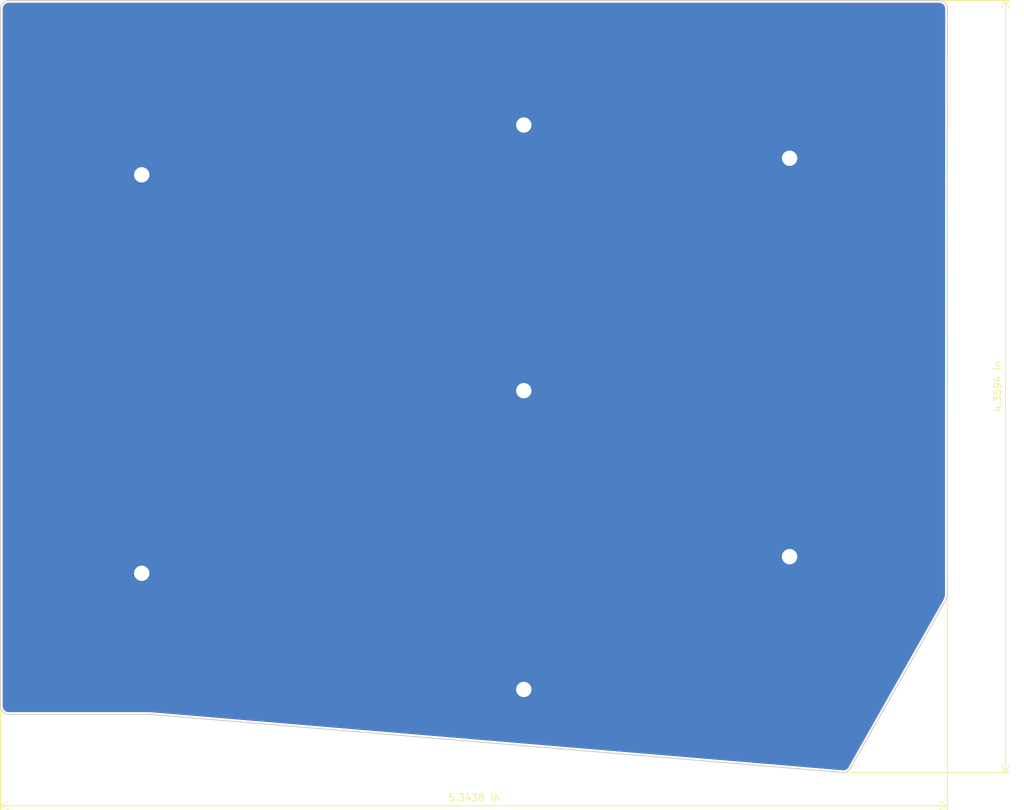
<source format=kicad_pcb>
(kicad_pcb (version 20171130) (host pcbnew "(5.1.0)-1")

  (general
    (thickness 1.6)
    (drawings 21)
    (tracks 0)
    (zones 0)
    (modules 7)
    (nets 2)
  )

  (page A4)
  (layers
    (0 F.Cu signal)
    (31 B.Cu signal)
    (32 B.Adhes user hide)
    (33 F.Adhes user hide)
    (34 B.Paste user hide)
    (35 F.Paste user hide)
    (36 B.SilkS user)
    (37 F.SilkS user)
    (38 B.Mask user)
    (39 F.Mask user)
    (40 Dwgs.User user)
    (41 Cmts.User user hide)
    (42 Eco1.User user)
    (43 Eco2.User user)
    (44 Edge.Cuts user)
    (45 Margin user)
    (46 B.CrtYd user)
    (47 F.CrtYd user)
    (48 B.Fab user hide)
    (49 F.Fab user hide)
  )

  (setup
    (last_trace_width 0.25)
    (trace_clearance 0.2)
    (zone_clearance 0.254)
    (zone_45_only no)
    (trace_min 0.2)
    (via_size 0.8)
    (via_drill 0.4)
    (via_min_size 0.4)
    (via_min_drill 0.3)
    (uvia_size 0.3)
    (uvia_drill 0.1)
    (uvias_allowed no)
    (uvia_min_size 0.2)
    (uvia_min_drill 0.1)
    (edge_width 0.15)
    (segment_width 0.2)
    (pcb_text_width 0.3)
    (pcb_text_size 1.5 1.5)
    (mod_edge_width 0.15)
    (mod_text_size 1 1)
    (mod_text_width 0.15)
    (pad_size 2.4 2.4)
    (pad_drill 2.2)
    (pad_to_mask_clearance 0.051)
    (solder_mask_min_width 0.25)
    (aux_axis_origin 14.68433 13.49361)
    (visible_elements 7FFFFFFF)
    (pcbplotparams
      (layerselection 0x010f0_ffffffff)
      (usegerberextensions true)
      (usegerberattributes false)
      (usegerberadvancedattributes false)
      (creategerberjobfile false)
      (excludeedgelayer true)
      (linewidth 0.100000)
      (plotframeref false)
      (viasonmask false)
      (mode 1)
      (useauxorigin false)
      (hpglpennumber 1)
      (hpglpenspeed 20)
      (hpglpendiameter 15.000000)
      (psnegative false)
      (psa4output false)
      (plotreference true)
      (plotvalue true)
      (plotinvisibletext false)
      (padsonsilk false)
      (subtractmaskfromsilk false)
      (outputformat 1)
      (mirror false)
      (drillshape 0)
      (scaleselection 1)
      (outputdirectory "plots/"))
  )

  (net 0 "")
  (net 1 GND)

  (net_class Default "これはデフォルトのネット クラスです。"
    (clearance 0.2)
    (trace_width 0.25)
    (via_dia 0.8)
    (via_drill 0.4)
    (uvia_dia 0.3)
    (uvia_drill 0.1)
  )

  (net_class DCDC ""
    (clearance 0.2)
    (trace_width 0.4)
    (via_dia 0.8)
    (via_drill 0.4)
    (uvia_dia 0.3)
    (uvia_drill 0.1)
  )

  (net_class Power ""
    (clearance 0.2)
    (trace_width 0.4)
    (via_dia 0.8)
    (via_drill 0.4)
    (uvia_dia 0.3)
    (uvia_drill 0.1)
    (add_net GND)
  )

  (module ex64lib:HOLE_M2 (layer F.Cu) (tedit 5CBC9A94) (tstamp 5CB1D585)
    (at 34.925 56.3563)
    (path /5C42C025)
    (fp_text reference H1 (at 0 -2.54) (layer F.SilkS) hide
      (effects (font (size 0.29972 0.29972) (thickness 0.0762)))
    )
    (fp_text value MountingHole (at 0 2.54) (layer F.SilkS) hide
      (effects (font (size 0.29972 0.29972) (thickness 0.0762)))
    )
    (pad "" thru_hole circle (at 0 0) (size 2.4 2.4) (drill 2.2) (layers *.Cu *.Mask)
      (net 1 GND) (clearance 0.8))
  )

  (module ex64lib:HOLE_M2 (layer F.Cu) (tedit 5CBC9AB6) (tstamp 5CB1D589)
    (at 34.925 113.5063)
    (path /5C42C296)
    (fp_text reference H2 (at 0 -2.54) (layer F.SilkS) hide
      (effects (font (size 0.29972 0.29972) (thickness 0.0762)))
    )
    (fp_text value MountingHole (at 0 2.54) (layer F.SilkS) hide
      (effects (font (size 0.29972 0.29972) (thickness 0.0762)))
    )
    (pad "" thru_hole circle (at 0 0) (size 2.4 2.4) (drill 2.2) (layers *.Cu *.Mask)
      (net 1 GND) (clearance 0.8))
  )

  (module ex64lib:HOLE_M2 (layer F.Cu) (tedit 5CBC9ADD) (tstamp 5CB1D591)
    (at 89.69375 87.3125)
    (path /5C42C4B0)
    (fp_text reference H4 (at 0 -2.54) (layer F.SilkS) hide
      (effects (font (size 0.29972 0.29972) (thickness 0.0762)))
    )
    (fp_text value MountingHole (at 0 2.54) (layer F.SilkS) hide
      (effects (font (size 0.29972 0.29972) (thickness 0.0762)))
    )
    (pad "" thru_hole circle (at 0 0) (size 2.4 2.4) (drill 2.2) (layers *.Cu *.Mask)
      (net 1 GND) (clearance 0.8))
  )

  (module ex64lib:HOLE_M2 (layer F.Cu) (tedit 5CBC9AC7) (tstamp 5CB1D595)
    (at 89.69375 130.175)
    (path /5C42C6CC)
    (fp_text reference H5 (at 0 -2.54) (layer F.SilkS) hide
      (effects (font (size 0.29972 0.29972) (thickness 0.0762)))
    )
    (fp_text value MountingHole (at 0 2.54) (layer F.SilkS) hide
      (effects (font (size 0.29972 0.29972) (thickness 0.0762)))
    )
    (pad "" thru_hole circle (at 0 0) (size 2.4 2.4) (drill 2.2) (layers *.Cu *.Mask)
      (net 1 GND) (clearance 0.8))
  )

  (module ex64lib:HOLE_M2 (layer F.Cu) (tedit 5CBC9AF8) (tstamp 5CB1D599)
    (at 127.79375 53.975)
    (path /5C42C7AE)
    (fp_text reference H6 (at 0 -2.54) (layer F.SilkS) hide
      (effects (font (size 0.29972 0.29972) (thickness 0.0762)))
    )
    (fp_text value MountingHole (at 0 2.54) (layer F.SilkS) hide
      (effects (font (size 0.29972 0.29972) (thickness 0.0762)))
    )
    (pad "" thru_hole circle (at 0 0) (size 2.4 2.4) (drill 2.2) (layers *.Cu *.Mask)
      (net 1 GND) (clearance 0.8))
  )

  (module ex64lib:HOLE_M2 (layer F.Cu) (tedit 5CBC9AD0) (tstamp 5CB1D59D)
    (at 127.79375 111.125)
    (path /5C43AD5B)
    (fp_text reference H7 (at 0 -2.54) (layer F.SilkS) hide
      (effects (font (size 0.29972 0.29972) (thickness 0.0762)))
    )
    (fp_text value MountingHole (at 0 2.54) (layer F.SilkS) hide
      (effects (font (size 0.29972 0.29972) (thickness 0.0762)))
    )
    (pad "" thru_hole circle (at 0 0) (size 2.4 2.4) (drill 2.2) (layers *.Cu *.Mask)
      (net 1 GND) (clearance 0.8))
  )

  (module ex64lib:HOLE_M2 (layer F.Cu) (tedit 5CBC9AEE) (tstamp 5CB1D58D)
    (at 89.69375 49.2125)
    (path /5C42C3A0)
    (fp_text reference H3 (at 0 -2.54) (layer F.SilkS) hide
      (effects (font (size 0.29972 0.29972) (thickness 0.0762)))
    )
    (fp_text value MountingHole (at 0 2.54) (layer F.SilkS) hide
      (effects (font (size 0.29972 0.29972) (thickness 0.0762)))
    )
    (pad "" thru_hole circle (at 0 0) (size 2.4 2.4) (drill 2.2) (layers *.Cu *.Mask)
      (net 1 GND) (clearance 0.8))
  )

  (gr_text ON (at 77.7875 30.1625) (layer B.Paste)
    (effects (font (size 1 1) (thickness 0.15)))
  )
  (gr_line (start 14.684375 132.55625) (end 14.684375 39.3065) (layer Edge.Cuts) (width 0.15) (tstamp 5CBC9A3D))
  (gr_line (start 150.415625 32.54375) (end 150.393925 116.686805) (layer Edge.Cuts) (width 0.15) (tstamp 5CBBC676))
  (gr_line (start 135.382 142.08125) (end 36.115625 133.746875) (layer Eco2.User) (width 0.15) (tstamp 5CB7F75E))
  (gr_line (start 149.86 117.951249) (end 136.483855 141.548359) (layer Eco2.User) (width 0.15) (tstamp 5CB7F75D))
  (gr_arc (start 135.508999 140.938251) (end 135.382 142.08125) (angle -64.3) (layer Eco2.User) (width 0.15) (tstamp 5CB7F75A))
  (gr_line (start 15.875 133.746875) (end 36.115625 133.746875) (layer Eco2.User) (width 0.15))
  (gr_arc (start 15.875 132.55625) (end 14.684375 132.55625) (angle -90) (layer Eco2.User) (width 0.15))
  (gr_arc (start 146.812001 115.91925) (end 149.86 117.951249) (angle -21.6) (layer Eco2.User) (width 0.15) (tstamp 5CB7F748))
  (dimension 135.73125 (width 0.15) (layer F.SilkS)
    (gr_text "135.731 mm" (at 82.55 148.14375) (layer F.SilkS)
      (effects (font (size 1 1) (thickness 0.15)))
    )
    (feature1 (pts (xy 14.684375 114.696875) (xy 14.684375 147.430171)))
    (feature2 (pts (xy 150.415625 114.696875) (xy 150.415625 147.430171)))
    (crossbar (pts (xy 150.415625 146.84375) (xy 14.684375 146.84375)))
    (arrow1a (pts (xy 14.684375 146.84375) (xy 15.810879 146.257329)))
    (arrow1b (pts (xy 14.684375 146.84375) (xy 15.810879 147.430171)))
    (arrow2a (pts (xy 150.415625 146.84375) (xy 149.289121 146.257329)))
    (arrow2b (pts (xy 150.415625 146.84375) (xy 149.289121 147.430171)))
  )
  (dimension 110.728125 (width 0.15) (layer F.SilkS)
    (gr_text "110.728 mm" (at 160.05 86.717187 90) (layer F.SilkS)
      (effects (font (size 1 1) (thickness 0.15)))
    )
    (feature1 (pts (xy 136.128125 31.353125) (xy 159.336421 31.353125)))
    (feature2 (pts (xy 136.128125 142.08125) (xy 159.336421 142.08125)))
    (crossbar (pts (xy 158.75 142.08125) (xy 158.75 31.353125)))
    (arrow1a (pts (xy 158.75 31.353125) (xy 159.336421 32.479629)))
    (arrow1b (pts (xy 158.75 31.353125) (xy 158.163579 32.479629)))
    (arrow2a (pts (xy 158.75 142.08125) (xy 159.336421 140.954746)))
    (arrow2b (pts (xy 158.75 142.08125) (xy 158.163579 140.954746)))
  )
  (gr_arc (start 146.812001 115.91925) (end 149.86 117.951249) (angle -21.59530611) (layer Edge.Cuts) (width 0.15))
  (gr_arc (start 135.508999 140.938251) (end 135.382 142.08125) (angle -64.33483042) (layer Edge.Cuts) (width 0.15))
  (gr_arc (start 15.875 132.55625) (end 14.684375 132.55625) (angle -90) (layer Edge.Cuts) (width 0.15))
  (gr_arc (start 149.225 32.54375) (end 150.415625 32.54375) (angle -90) (layer Edge.Cuts) (width 0.15))
  (gr_arc (start 15.875 32.54375) (end 15.875 31.353125) (angle -90) (layer Edge.Cuts) (width 0.15))
  (gr_line (start 14.684375 39.3065) (end 14.684375 32.54375) (layer Edge.Cuts) (width 0.15) (tstamp 5CB70F07))
  (gr_line (start 149.225 31.353125) (end 15.875 31.353125) (layer Edge.Cuts) (width 0.15) (tstamp 5CB70E43))
  (gr_line (start 136.484226 141.547766) (end 149.86 117.95125) (layer Edge.Cuts) (width 0.15))
  (gr_line (start 36.115625 133.746875) (end 135.382 142.08125) (layer Edge.Cuts) (width 0.15))
  (gr_line (start 15.875 133.746875) (end 36.115625 133.746875) (layer Edge.Cuts) (width 0.15))

  (zone (net 1) (net_name GND) (layer F.Cu) (tstamp 0) (hatch edge 0.508)
    (connect_pads yes (clearance 0.254))
    (min_thickness 0.254)
    (fill yes (arc_segments 32) (thermal_gap 0.508) (thermal_bridge_width 0.508))
    (polygon
      (pts
        (xy 14.684375 133.746875) (xy 14.684375 31.353125) (xy 150.415625 31.353125) (xy 150.415625 117.078125) (xy 136.128125 142.08125)
        (xy 36.115625 133.746875)
      )
    )
    (filled_polygon
      (pts
        (xy 149.367265 31.825261) (xy 149.504111 31.866577) (xy 149.630326 31.933687) (xy 149.741102 32.024034) (xy 149.832218 32.134175)
        (xy 149.900207 32.259918) (xy 149.942479 32.396474) (xy 149.959621 32.559575) (xy 149.937944 116.615768) (xy 149.755296 117.188261)
        (xy 149.461232 117.730032) (xy 136.103369 141.29495) (xy 136.01329 141.411898) (xy 135.911686 141.50083) (xy 135.794747 141.568329)
        (xy 135.666919 141.611832) (xy 135.52738 141.630438) (xy 135.409754 141.625975) (xy 36.157058 133.29275) (xy 36.138024 133.290875)
        (xy 36.13473 133.290875) (xy 36.131455 133.2906) (xy 36.112373 133.290875) (xy 15.897304 133.290875) (xy 15.732735 133.274739)
        (xy 15.595888 133.233423) (xy 15.469675 133.166314) (xy 15.358898 133.075966) (xy 15.267782 132.965825) (xy 15.199793 132.840083)
        (xy 15.157521 132.703526) (xy 15.140375 132.540388) (xy 15.140375 32.566054) (xy 15.156511 32.401485) (xy 15.197827 32.264639)
        (xy 15.264937 32.138424) (xy 15.355284 32.027648) (xy 15.465425 31.936532) (xy 15.591168 31.868543) (xy 15.727724 31.826271)
        (xy 15.890862 31.809125) (xy 149.202696 31.809125)
      )
    )
  )
  (zone (net 1) (net_name GND) (layer B.Cu) (tstamp 0) (hatch edge 0.508)
    (connect_pads yes (clearance 0.254))
    (min_thickness 0.254)
    (fill yes (arc_segments 32) (thermal_gap 0.508) (thermal_bridge_width 0.508))
    (polygon
      (pts
        (xy 14.684375 133.746875) (xy 14.684375 31.353125) (xy 150.415625 31.353125) (xy 150.415625 117.078125) (xy 136.128125 142.08125)
        (xy 36.115625 133.746875)
      )
    )
    (filled_polygon
      (pts
        (xy 149.367265 31.825261) (xy 149.504111 31.866577) (xy 149.630326 31.933687) (xy 149.741102 32.024034) (xy 149.832218 32.134175)
        (xy 149.900207 32.259918) (xy 149.942479 32.396474) (xy 149.959621 32.559575) (xy 149.937944 116.615768) (xy 149.755296 117.188261)
        (xy 149.461232 117.730032) (xy 136.103369 141.29495) (xy 136.01329 141.411898) (xy 135.911686 141.50083) (xy 135.794747 141.568329)
        (xy 135.666919 141.611832) (xy 135.52738 141.630438) (xy 135.409754 141.625975) (xy 36.157058 133.29275) (xy 36.138024 133.290875)
        (xy 36.13473 133.290875) (xy 36.131455 133.2906) (xy 36.112373 133.290875) (xy 15.897304 133.290875) (xy 15.732735 133.274739)
        (xy 15.595888 133.233423) (xy 15.469675 133.166314) (xy 15.358898 133.075966) (xy 15.267782 132.965825) (xy 15.199793 132.840083)
        (xy 15.157521 132.703526) (xy 15.140375 132.540388) (xy 15.140375 32.566054) (xy 15.156511 32.401485) (xy 15.197827 32.264639)
        (xy 15.264937 32.138424) (xy 15.355284 32.027648) (xy 15.465425 31.936532) (xy 15.591168 31.868543) (xy 15.727724 31.826271)
        (xy 15.890862 31.809125) (xy 149.202696 31.809125)
      )
    )
  )
)

</source>
